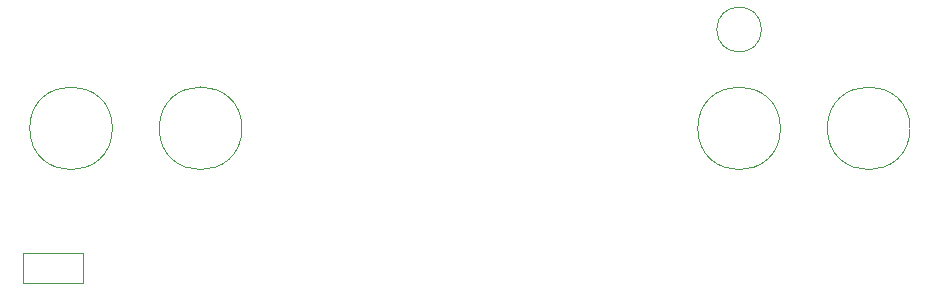
<source format=gbr>
G04 #@! TF.GenerationSoftware,KiCad,Pcbnew,(5.1.8)-1*
G04 #@! TF.CreationDate,2022-11-12T23:31:27+01:00*
G04 #@! TF.ProjectId,RetroPanel FP2,52657472-6f50-4616-9e65-6c204650322e,rev?*
G04 #@! TF.SameCoordinates,Original*
G04 #@! TF.FileFunction,OtherDrawing,Comment*
%FSLAX46Y46*%
G04 Gerber Fmt 4.6, Leading zero omitted, Abs format (unit mm)*
G04 Created by KiCad (PCBNEW (5.1.8)-1) date 2022-11-12 23:31:27*
%MOMM*%
%LPD*%
G01*
G04 APERTURE LIST*
%ADD10C,0.050000*%
G04 APERTURE END LIST*
D10*
X175383000Y-82855000D02*
G75*
G03*
X175383000Y-82855000I-1900000J0D01*
G01*
X187953000Y-91221000D02*
G75*
G03*
X187953000Y-91221000I-3500000J0D01*
G01*
X176983000Y-91221000D02*
G75*
G03*
X176983000Y-91221000I-3500000J0D01*
G01*
X131390000Y-91221000D02*
G75*
G03*
X131390000Y-91221000I-3500000J0D01*
G01*
X120420000Y-91221000D02*
G75*
G03*
X120420000Y-91221000I-3500000J0D01*
G01*
X112810000Y-101800000D02*
X117890000Y-101800000D01*
X117890000Y-101800000D02*
X117890000Y-104300000D01*
X112810000Y-104300000D02*
X117890000Y-104300000D01*
X112810000Y-101800000D02*
X112810000Y-104300000D01*
M02*

</source>
